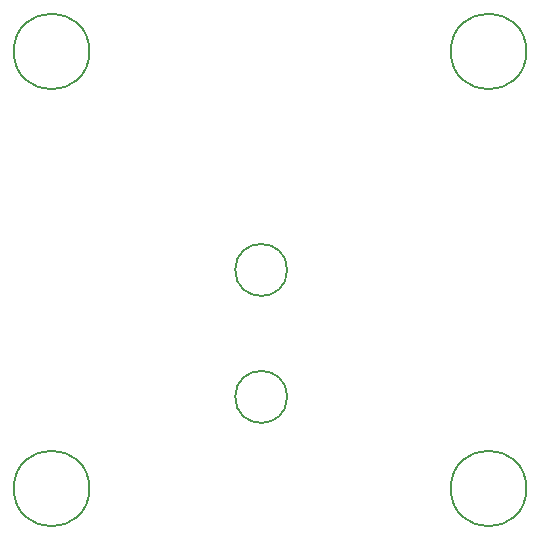
<source format=gbr>
%TF.GenerationSoftware,KiCad,Pcbnew,7.0.10-7.0.10~ubuntu20.04.1*%
%TF.CreationDate,2024-03-04T09:10:09+08:00*%
%TF.ProjectId,ESwitch,45537769-7463-4682-9e6b-696361645f70,rev?*%
%TF.SameCoordinates,Original*%
%TF.FileFunction,Other,Comment*%
%FSLAX46Y46*%
G04 Gerber Fmt 4.6, Leading zero omitted, Abs format (unit mm)*
G04 Created by KiCad (PCBNEW 7.0.10-7.0.10~ubuntu20.04.1) date 2024-03-04 09:10:09*
%MOMM*%
%LPD*%
G01*
G04 APERTURE LIST*
%ADD10C,0.150000*%
G04 APERTURE END LIST*
D10*
%TO.C,REF\u002A\u002A*%
X214700000Y-55000000D02*
G75*
G03*
X208300000Y-55000000I-3200000J0D01*
G01*
X208300000Y-55000000D02*
G75*
G03*
X214700000Y-55000000I3200000J0D01*
G01*
X177700000Y-55000000D02*
G75*
G03*
X171300000Y-55000000I-3200000J0D01*
G01*
X171300000Y-55000000D02*
G75*
G03*
X177700000Y-55000000I3200000J0D01*
G01*
X177700000Y-92000000D02*
G75*
G03*
X171300000Y-92000000I-3200000J0D01*
G01*
X171300000Y-92000000D02*
G75*
G03*
X177700000Y-92000000I3200000J0D01*
G01*
X214700000Y-92000000D02*
G75*
G03*
X208300000Y-92000000I-3200000J0D01*
G01*
X208300000Y-92000000D02*
G75*
G03*
X214700000Y-92000000I3200000J0D01*
G01*
X194450000Y-73500000D02*
G75*
G03*
X190050000Y-73500000I-2200000J0D01*
G01*
X190050000Y-73500000D02*
G75*
G03*
X194450000Y-73500000I2200000J0D01*
G01*
X194450000Y-84250000D02*
G75*
G03*
X190050000Y-84250000I-2200000J0D01*
G01*
X190050000Y-84250000D02*
G75*
G03*
X194450000Y-84250000I2200000J0D01*
G01*
%TD*%
M02*

</source>
